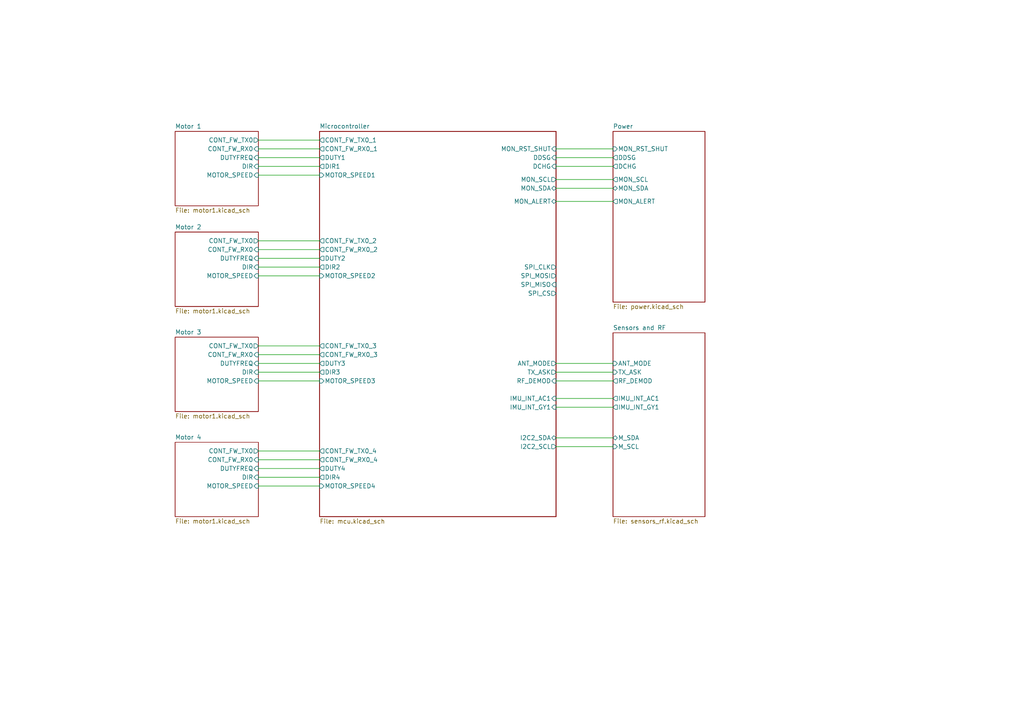
<source format=kicad_sch>
(kicad_sch
	(version 20231120)
	(generator "eeschema")
	(generator_version "8.0")
	(uuid "ce683e6e-7873-406a-bf15-47714980a4b3")
	(paper "A4")
	(title_block
		(title "Quincy FMU")
		(date "2024-09-28")
		(rev "0")
		(company "Daniel Enrique Pérez Díaz")
		(comment 1 "Flight Management Unit for the Quincy Quadcopter project.")
		(comment 2 "Top Level Sheet")
	)
	(lib_symbols)
	(wire
		(pts
			(xy 161.29 107.95) (xy 177.8 107.95)
		)
		(stroke
			(width 0)
			(type default)
		)
		(uuid "030b5b51-000a-4bf8-9916-d9aea5d374a4")
	)
	(wire
		(pts
			(xy 74.93 102.87) (xy 92.71 102.87)
		)
		(stroke
			(width 0)
			(type default)
		)
		(uuid "11308fa4-2894-487a-868f-037e75a288fc")
	)
	(wire
		(pts
			(xy 161.29 54.61) (xy 177.8 54.61)
		)
		(stroke
			(width 0)
			(type default)
		)
		(uuid "130a2d0d-d196-47ef-ba6d-9ebd2ba64a09")
	)
	(wire
		(pts
			(xy 161.29 48.26) (xy 177.8 48.26)
		)
		(stroke
			(width 0)
			(type default)
		)
		(uuid "1c123c19-44f1-46ac-810d-14ed4b9e3417")
	)
	(wire
		(pts
			(xy 161.29 115.57) (xy 177.8 115.57)
		)
		(stroke
			(width 0)
			(type default)
		)
		(uuid "1e35b6b2-ffb4-4fae-a3c6-13d21e998ecd")
	)
	(wire
		(pts
			(xy 161.29 129.54) (xy 177.8 129.54)
		)
		(stroke
			(width 0)
			(type default)
		)
		(uuid "3060a5f0-cd21-423c-856e-9b0ae254ca61")
	)
	(wire
		(pts
			(xy 74.93 48.26) (xy 92.71 48.26)
		)
		(stroke
			(width 0)
			(type default)
		)
		(uuid "3bc7ac65-36a8-4c73-b063-7f8bd0c9ff93")
	)
	(wire
		(pts
			(xy 161.29 45.72) (xy 177.8 45.72)
		)
		(stroke
			(width 0)
			(type default)
		)
		(uuid "484a188f-0e6b-434b-9684-50a8b40d2144")
	)
	(wire
		(pts
			(xy 74.93 135.89) (xy 92.71 135.89)
		)
		(stroke
			(width 0)
			(type default)
		)
		(uuid "4ce12741-c29e-4b25-9f81-7b18e68f90f8")
	)
	(wire
		(pts
			(xy 161.29 58.42) (xy 177.8 58.42)
		)
		(stroke
			(width 0)
			(type default)
		)
		(uuid "4ef543bd-da5c-477b-9463-7a731eee51a2")
	)
	(wire
		(pts
			(xy 161.29 110.49) (xy 177.8 110.49)
		)
		(stroke
			(width 0)
			(type default)
		)
		(uuid "5325a3fc-231e-4df0-b95d-e584b00e9d48")
	)
	(wire
		(pts
			(xy 74.93 80.01) (xy 92.71 80.01)
		)
		(stroke
			(width 0)
			(type default)
		)
		(uuid "54c78b33-17d2-49c9-b39e-42f8f919c5b9")
	)
	(wire
		(pts
			(xy 74.93 74.93) (xy 92.71 74.93)
		)
		(stroke
			(width 0)
			(type default)
		)
		(uuid "5ec6c29d-017b-4c29-b1c4-4f3c1528e9f5")
	)
	(wire
		(pts
			(xy 74.93 77.47) (xy 92.71 77.47)
		)
		(stroke
			(width 0)
			(type default)
		)
		(uuid "5ec9c283-1942-4d0f-8233-da25350da8b7")
	)
	(wire
		(pts
			(xy 161.29 127) (xy 177.8 127)
		)
		(stroke
			(width 0)
			(type default)
		)
		(uuid "67c4d2d0-1cdb-4960-9b4a-1ad20c83c774")
	)
	(wire
		(pts
			(xy 74.93 43.18) (xy 92.71 43.18)
		)
		(stroke
			(width 0)
			(type default)
		)
		(uuid "6dbeaf3d-ed30-4910-9587-79fe7c5414b0")
	)
	(wire
		(pts
			(xy 74.93 105.41) (xy 92.71 105.41)
		)
		(stroke
			(width 0)
			(type default)
		)
		(uuid "6e931da5-a301-4ec8-a486-df3a2a69917e")
	)
	(wire
		(pts
			(xy 74.93 133.35) (xy 92.71 133.35)
		)
		(stroke
			(width 0)
			(type default)
		)
		(uuid "7546aad3-3fa5-4ca8-b443-c957252953ef")
	)
	(wire
		(pts
			(xy 74.93 40.64) (xy 92.71 40.64)
		)
		(stroke
			(width 0)
			(type default)
		)
		(uuid "7a2b1a32-08dd-4505-b290-df3b8a7d997c")
	)
	(wire
		(pts
			(xy 161.29 43.18) (xy 177.8 43.18)
		)
		(stroke
			(width 0)
			(type default)
		)
		(uuid "8369a197-8483-4584-b3b0-bd7bce8ea910")
	)
	(wire
		(pts
			(xy 74.93 69.85) (xy 92.71 69.85)
		)
		(stroke
			(width 0)
			(type default)
		)
		(uuid "83a5a068-7481-4c78-ba05-2890167bce86")
	)
	(wire
		(pts
			(xy 74.93 100.33) (xy 92.71 100.33)
		)
		(stroke
			(width 0)
			(type default)
		)
		(uuid "8aff0e67-5a0f-48af-8265-ea0c8b9198e7")
	)
	(wire
		(pts
			(xy 74.93 50.8) (xy 92.71 50.8)
		)
		(stroke
			(width 0)
			(type default)
		)
		(uuid "97d8b676-da5a-403a-ad27-ed8537976f8e")
	)
	(wire
		(pts
			(xy 74.93 140.97) (xy 92.71 140.97)
		)
		(stroke
			(width 0)
			(type default)
		)
		(uuid "a5f8d21a-7420-42ce-933d-0718e0a67922")
	)
	(wire
		(pts
			(xy 74.93 45.72) (xy 92.71 45.72)
		)
		(stroke
			(width 0)
			(type default)
		)
		(uuid "bbb66519-0559-4206-aafb-a1f51cd68f1c")
	)
	(wire
		(pts
			(xy 74.93 130.81) (xy 92.71 130.81)
		)
		(stroke
			(width 0)
			(type default)
		)
		(uuid "bd064973-0f2f-4d44-b477-00413571cc13")
	)
	(wire
		(pts
			(xy 161.29 52.07) (xy 177.8 52.07)
		)
		(stroke
			(width 0)
			(type default)
		)
		(uuid "c6fb9d8f-93c7-4096-93a1-6abfd8b026eb")
	)
	(wire
		(pts
			(xy 74.93 72.39) (xy 92.71 72.39)
		)
		(stroke
			(width 0)
			(type default)
		)
		(uuid "c988dcff-3bd7-4716-b7c2-582d60eaf3ed")
	)
	(wire
		(pts
			(xy 161.29 105.41) (xy 177.8 105.41)
		)
		(stroke
			(width 0)
			(type default)
		)
		(uuid "cc3bb2c1-9c77-41db-8164-c563b0f30423")
	)
	(wire
		(pts
			(xy 161.29 118.11) (xy 177.8 118.11)
		)
		(stroke
			(width 0)
			(type default)
		)
		(uuid "d9ee4ed2-44db-4853-b217-5e8f734fd2da")
	)
	(wire
		(pts
			(xy 74.93 107.95) (xy 92.71 107.95)
		)
		(stroke
			(width 0)
			(type default)
		)
		(uuid "daace55d-99f3-4bd4-a91c-548aa05130c4")
	)
	(wire
		(pts
			(xy 74.93 110.49) (xy 92.71 110.49)
		)
		(stroke
			(width 0)
			(type default)
		)
		(uuid "e5178db4-3111-493f-a6a6-fae7c6e9c425")
	)
	(wire
		(pts
			(xy 74.93 138.43) (xy 92.71 138.43)
		)
		(stroke
			(width 0)
			(type default)
		)
		(uuid "eecf4cab-1daf-4ee3-a125-616337d0213c")
	)
	(sheet
		(at 50.8 67.31)
		(size 24.13 21.59)
		(fields_autoplaced yes)
		(stroke
			(width 0.1524)
			(type solid)
		)
		(fill
			(color 0 0 0 0.0000)
		)
		(uuid "0b87c913-8414-459c-a622-6b622dbad10a")
		(property "Sheetname" "Motor 2"
			(at 50.8 66.5984 0)
			(effects
				(font
					(size 1.27 1.27)
				)
				(justify left bottom)
			)
		)
		(property "Sheetfile" "motor1.kicad_sch"
			(at 50.8 89.4846 0)
			(effects
				(font
					(size 1.27 1.27)
				)
				(justify left top)
			)
		)
		(pin "DIR" input
			(at 74.93 77.47 0)
			(effects
				(font
					(size 1.27 1.27)
				)
				(justify right)
			)
			(uuid "6d540fec-d802-484d-b463-d8efa7b5ed24")
		)
		(pin "MOTOR_SPEED" input
			(at 74.93 80.01 0)
			(effects
				(font
					(size 1.27 1.27)
				)
				(justify right)
			)
			(uuid "5c8268d5-f6b1-4137-8f1c-96d9033d8ee0")
		)
		(pin "DUTYFREQ" input
			(at 74.93 74.93 0)
			(effects
				(font
					(size 1.27 1.27)
				)
				(justify right)
			)
			(uuid "32621580-9c89-4148-89d5-314101ad8b5c")
		)
		(pin "CONT_FW_RX0" input
			(at 74.93 72.39 0)
			(effects
				(font
					(size 1.27 1.27)
				)
				(justify right)
			)
			(uuid "e79bf41e-fff5-42b7-95f7-f93bb69433fb")
		)
		(pin "CONT_FW_TX0" output
			(at 74.93 69.85 0)
			(effects
				(font
					(size 1.27 1.27)
				)
				(justify right)
			)
			(uuid "317de566-d630-48d5-84bf-0e20e71e540b")
		)
		(instances
			(project "qfmu"
				(path "/ce683e6e-7873-406a-bf15-47714980a4b3"
					(page "4")
				)
			)
		)
	)
	(sheet
		(at 177.8 38.1)
		(size 26.67 49.53)
		(fields_autoplaced yes)
		(stroke
			(width 0.1524)
			(type solid)
		)
		(fill
			(color 0 0 0 0.0000)
		)
		(uuid "4c8652b6-b347-476a-a7b2-7473c68247e5")
		(property "Sheetname" "Power"
			(at 177.8 37.3884 0)
			(effects
				(font
					(size 1.27 1.27)
				)
				(justify left bottom)
			)
		)
		(property "Sheetfile" "power.kicad_sch"
			(at 177.8 88.2146 0)
			(effects
				(font
					(size 1.27 1.27)
				)
				(justify left top)
			)
		)
		(pin "MON_RST_SHUT" input
			(at 177.8 43.18 180)
			(effects
				(font
					(size 1.27 1.27)
				)
				(justify left)
			)
			(uuid "493a192f-b439-4d2f-948d-68b319286c2e")
		)
		(pin "DDSG" output
			(at 177.8 45.72 180)
			(effects
				(font
					(size 1.27 1.27)
				)
				(justify left)
			)
			(uuid "bbf33a0f-c2f5-4394-93e9-68b22d66f06e")
		)
		(pin "DCHG" output
			(at 177.8 48.26 180)
			(effects
				(font
					(size 1.27 1.27)
				)
				(justify left)
			)
			(uuid "39f78746-f190-4a4d-86ec-1bc1f0528f8b")
		)
		(pin "MON_SCL" output
			(at 177.8 52.07 180)
			(effects
				(font
					(size 1.27 1.27)
				)
				(justify left)
			)
			(uuid "a0b2abc1-8026-40bc-9856-b88605fa8e47")
		)
		(pin "MON_ALERT" output
			(at 177.8 58.42 180)
			(effects
				(font
					(size 1.27 1.27)
				)
				(justify left)
			)
			(uuid "4249228b-6e57-4176-8461-62323ad0e091")
		)
		(pin "MON_SDA" bidirectional
			(at 177.8 54.61 180)
			(effects
				(font
					(size 1.27 1.27)
				)
				(justify left)
			)
			(uuid "5b8abf31-322b-49b3-b519-f5d7fbcaf54c")
		)
		(instances
			(project "qfmu"
				(path "/ce683e6e-7873-406a-bf15-47714980a4b3"
					(page "7")
				)
			)
		)
	)
	(sheet
		(at 50.8 128.27)
		(size 24.13 21.59)
		(fields_autoplaced yes)
		(stroke
			(width 0.1524)
			(type solid)
		)
		(fill
			(color 0 0 0 0.0000)
		)
		(uuid "8ae92eaf-faa3-4e21-b599-cec5c7839814")
		(property "Sheetname" "Motor 4"
			(at 50.8 127.5584 0)
			(effects
				(font
					(size 1.27 1.27)
				)
				(justify left bottom)
			)
		)
		(property "Sheetfile" "motor1.kicad_sch"
			(at 50.8 150.4446 0)
			(effects
				(font
					(size 1.27 1.27)
				)
				(justify left top)
			)
		)
		(pin "DIR" input
			(at 74.93 138.43 0)
			(effects
				(font
					(size 1.27 1.27)
				)
				(justify right)
			)
			(uuid "2d83e45a-e43f-41c7-8b28-40ea326db783")
		)
		(pin "MOTOR_SPEED" input
			(at 74.93 140.97 0)
			(effects
				(font
					(size 1.27 1.27)
				)
				(justify right)
			)
			(uuid "40a9d3fa-2d16-4686-8611-9b393b0aae1e")
		)
		(pin "DUTYFREQ" input
			(at 74.93 135.89 0)
			(effects
				(font
					(size 1.27 1.27)
				)
				(justify right)
			)
			(uuid "7671086d-e1a3-442d-b4b8-09627ad5f0e7")
		)
		(pin "CONT_FW_RX0" input
			(at 74.93 133.35 0)
			(effects
				(font
					(size 1.27 1.27)
				)
				(justify right)
			)
			(uuid "f4d9a0a1-9324-46a3-b2e8-89ebfb74ffc1")
		)
		(pin "CONT_FW_TX0" output
			(at 74.93 130.81 0)
			(effects
				(font
					(size 1.27 1.27)
				)
				(justify right)
			)
			(uuid "95a6847c-9975-45d4-a557-e0ec24569f12")
		)
		(instances
			(project "qfmu"
				(path "/ce683e6e-7873-406a-bf15-47714980a4b3"
					(page "6")
				)
			)
		)
	)
	(sheet
		(at 92.71 38.1)
		(size 68.58 111.76)
		(fields_autoplaced yes)
		(stroke
			(width 0.2032)
			(type solid)
		)
		(fill
			(color 0 0 0 0.0000)
		)
		(uuid "95cd747f-88a2-4f01-a98e-7c47db8cb44a")
		(property "Sheetname" "Microcontroller"
			(at 92.71 37.363 0)
			(effects
				(font
					(size 1.27 1.27)
				)
				(justify left bottom)
			)
		)
		(property "Sheetfile" "mcu.kicad_sch"
			(at 92.71 150.47 0)
			(effects
				(font
					(size 1.27 1.27)
				)
				(justify left top)
			)
		)
		(pin "SPI_CLK" output
			(at 161.29 77.47 0)
			(effects
				(font
					(size 1.27 1.27)
				)
				(justify right)
			)
			(uuid "c8d6c6f6-4d78-4f58-90b8-3bf2bcf4fa04")
		)
		(pin "SPI_MISO" input
			(at 161.29 82.55 0)
			(effects
				(font
					(size 1.27 1.27)
				)
				(justify right)
			)
			(uuid "291de226-2889-4778-8205-e24b10cff16a")
		)
		(pin "SPI_MOSI" output
			(at 161.29 80.01 0)
			(effects
				(font
					(size 1.27 1.27)
				)
				(justify right)
			)
			(uuid "ae562f07-fff4-4ff5-9233-0de1d423ff20")
		)
		(pin "SPI_CS" output
			(at 161.29 85.09 0)
			(effects
				(font
					(size 1.27 1.27)
				)
				(justify right)
			)
			(uuid "e84cfa4f-05ec-476d-b3ad-a3d72b472833")
		)
		(pin "I2C2_SDA" bidirectional
			(at 161.29 127 0)
			(effects
				(font
					(size 1.27 1.27)
				)
				(justify right)
			)
			(uuid "763abae4-7613-43e4-b754-3d20f8ca967b")
		)
		(pin "I2C2_SCL" output
			(at 161.29 129.54 0)
			(effects
				(font
					(size 1.27 1.27)
				)
				(justify right)
			)
			(uuid "0fdb8ea3-d09d-4de7-9ba8-be07606e6ce3")
		)
		(pin "MON_RST_SHUT" input
			(at 161.29 43.18 0)
			(effects
				(font
					(size 1.27 1.27)
				)
				(justify right)
			)
			(uuid "d59e77fa-e832-4efc-ae89-e9db3e0e98cb")
		)
		(pin "DDSG" input
			(at 161.29 45.72 0)
			(effects
				(font
					(size 1.27 1.27)
				)
				(justify right)
			)
			(uuid "9f8bc781-b94d-47e6-b1cb-409506229afc")
		)
		(pin "DCHG" input
			(at 161.29 48.26 0)
			(effects
				(font
					(size 1.27 1.27)
				)
				(justify right)
			)
			(uuid "c5ff2211-a2c7-49a2-8945-686102818658")
		)
		(pin "MON_SCL" output
			(at 161.29 52.07 0)
			(effects
				(font
					(size 1.27 1.27)
				)
				(justify right)
			)
			(uuid "9bdabe29-98eb-4c79-9ad5-8c0844ccd476")
		)
		(pin "MON_SDA" bidirectional
			(at 161.29 54.61 0)
			(effects
				(font
					(size 1.27 1.27)
				)
				(justify right)
			)
			(uuid "49fcc7b9-0ac1-4bed-87c0-6c9a54d18662")
		)
		(pin "MON_ALERT" bidirectional
			(at 161.29 58.42 0)
			(effects
				(font
					(size 1.27 1.27)
				)
				(justify right)
			)
			(uuid "3e9431fa-0466-4290-8f3b-db97fece15d6")
		)
		(pin "RF_DEMOD" input
			(at 161.29 110.49 0)
			(effects
				(font
					(size 1.27 1.27)
				)
				(justify right)
			)
			(uuid "66cd7969-398e-4e03-92d9-0cf84754eb2c")
		)
		(pin "TX_ASK" output
			(at 161.29 107.95 0)
			(effects
				(font
					(size 1.27 1.27)
				)
				(justify right)
			)
			(uuid "2e1d03cd-9f71-47a5-ba06-f14b6eb3afc3")
		)
		(pin "ANT_MODE" output
			(at 161.29 105.41 0)
			(effects
				(font
					(size 1.27 1.27)
				)
				(justify right)
			)
			(uuid "c14aec25-c6f3-4794-a269-2756959cef96")
		)
		(pin "IMU_INT_AC1" input
			(at 161.29 115.57 0)
			(effects
				(font
					(size 1.27 1.27)
				)
				(justify right)
			)
			(uuid "d554df9c-b00f-46f1-bed9-28193616b6f9")
		)
		(pin "IMU_INT_GY1" input
			(at 161.29 118.11 0)
			(effects
				(font
					(size 1.27 1.27)
				)
				(justify right)
			)
			(uuid "a634e162-3c17-45a6-aa05-a076ad7b881c")
		)
		(pin "DIR1" output
			(at 92.71 48.26 180)
			(effects
				(font
					(size 1.27 1.27)
				)
				(justify left)
			)
			(uuid "b2035b57-75ef-4895-9f67-ba7562b11440")
		)
		(pin "DIR2" output
			(at 92.71 77.47 180)
			(effects
				(font
					(size 1.27 1.27)
				)
				(justify left)
			)
			(uuid "b0c8d809-31a6-40cc-bbd7-80c4515ff05d")
		)
		(pin "DIR3" output
			(at 92.71 107.95 180)
			(effects
				(font
					(size 1.27 1.27)
				)
				(justify left)
			)
			(uuid "ae7cf695-68e2-4878-a700-e7d113242cb2")
		)
		(pin "DIR4" output
			(at 92.71 138.43 180)
			(effects
				(font
					(size 1.27 1.27)
				)
				(justify left)
			)
			(uuid "a02e8fc1-e344-43a6-8453-a7e62c73e94f")
		)
		(pin "DUTY1" output
			(at 92.71 45.72 180)
			(effects
				(font
					(size 1.27 1.27)
				)
				(justify left)
			)
			(uuid "ed8de462-8c60-47b4-ab06-89f04f0ed975")
		)
		(pin "DUTY2" output
			(at 92.71 74.93 180)
			(effects
				(font
					(size 1.27 1.27)
				)
				(justify left)
			)
			(uuid "2d66860e-544c-4bbd-91d8-b38199d67bc1")
		)
		(pin "DUTY3" output
			(at 92.71 105.41 180)
			(effects
				(font
					(size 1.27 1.27)
				)
				(justify left)
			)
			(uuid "6f11e09c-dd1e-4d85-96a1-44d0a039d6bd")
		)
		(pin "DUTY4" output
			(at 92.71 135.89 180)
			(effects
				(font
					(size 1.27 1.27)
				)
				(justify left)
			)
			(uuid "ff80614c-39fe-4cf5-a1bf-91f999d84605")
		)
		(pin "MOTOR_SPEED1" input
			(at 92.71 50.8 180)
			(effects
				(font
					(size 1.27 1.27)
				)
				(justify left)
			)
			(uuid "66f72548-88ad-4d5c-bc32-a63e301c26fc")
		)
		(pin "MOTOR_SPEED2" input
			(at 92.71 80.01 180)
			(effects
				(font
					(size 1.27 1.27)
				)
				(justify left)
			)
			(uuid "e2f51cab-d9e7-41cf-9078-3770cb18286e")
		)
		(pin "MOTOR_SPEED3" input
			(at 92.71 110.49 180)
			(effects
				(font
					(size 1.27 1.27)
				)
				(justify left)
			)
			(uuid "1d0c3b96-b70a-45f7-9dd2-4223c2fcbd1c")
		)
		(pin "MOTOR_SPEED4" input
			(at 92.71 140.97 180)
			(effects
				(font
					(size 1.27 1.27)
				)
				(justify left)
			)
			(uuid "d4679c6c-7dcd-42d2-92a8-65f149c91761")
		)
		(pin "CONT_FW_TX0_4" output
			(at 92.71 130.81 180)
			(effects
				(font
					(size 1.27 1.27)
				)
				(justify left)
			)
			(uuid "4e937257-5842-4c14-bdb2-1bfdca0cf785")
		)
		(pin "CONT_FW_TX0_2" output
			(at 92.71 69.85 180)
			(effects
				(font
					(size 1.27 1.27)
				)
				(justify left)
			)
			(uuid "95126aca-caad-4fa2-b6f6-85f59b082011")
		)
		(pin "CONT_FW_RX0_2" output
			(at 92.71 72.39 180)
			(effects
				(font
					(size 1.27 1.27)
				)
				(justify left)
			)
			(uuid "82c269ed-9b29-491f-8902-8472c0b0abac")
		)
		(pin "CONT_FW_RX0_4" output
			(at 92.71 133.35 180)
			(effects
				(font
					(size 1.27 1.27)
				)
				(justify left)
			)
			(uuid "6989aa91-2fd4-4627-ba77-c30fde5a340c")
		)
		(pin "CONT_FW_RX0_1" output
			(at 92.71 43.18 180)
			(effects
				(font
					(size 1.27 1.27)
				)
				(justify left)
			)
			(uuid "902bcb19-71d0-4d06-90cf-ccbaa5ae7dc6")
		)
		(pin "CONT_FW_RX0_3" output
			(at 92.71 102.87 180)
			(effects
				(font
					(size 1.27 1.27)
				)
				(justify left)
			)
			(uuid "8d251bbe-6cab-4313-b4ab-377172a4bf43")
		)
		(pin "CONT_FW_TX0_1" output
			(at 92.71 40.64 180)
			(effects
				(font
					(size 1.27 1.27)
				)
				(justify left)
			)
			(uuid "0f03a776-6810-4fe1-a65e-bcc785d9bba9")
		)
		(pin "CONT_FW_TX0_3" output
			(at 92.71 100.33 180)
			(effects
				(font
					(size 1.27 1.27)
				)
				(justify left)
			)
			(uuid "ee94a5dc-0f78-48c7-9ee7-05fcd3f87623")
		)
		(instances
			(project "qfmu"
				(path "/ce683e6e-7873-406a-bf15-47714980a4b3"
					(page "2")
				)
			)
		)
	)
	(sheet
		(at 177.8 96.52)
		(size 26.67 53.34)
		(fields_autoplaced yes)
		(stroke
			(width 0.1524)
			(type solid)
		)
		(fill
			(color 0 0 0 0.0000)
		)
		(uuid "bd6c89c1-e57d-45b0-96e1-c4def2934617")
		(property "Sheetname" "Sensors and RF"
			(at 177.8 95.8084 0)
			(effects
				(font
					(size 1.27 1.27)
				)
				(justify left bottom)
			)
		)
		(property "Sheetfile" "sensors_rf.kicad_sch"
			(at 177.8 150.4446 0)
			(effects
				(font
					(size 1.27 1.27)
				)
				(justify left top)
			)
		)
		(pin "IMU_INT_AC1" output
			(at 177.8 115.57 180)
			(effects
				(font
					(size 1.27 1.27)
				)
				(justify left)
			)
			(uuid "5b44d56d-4b91-4fba-80c7-0f1e7ce0a5b1")
		)
		(pin "IMU_INT_GY1" output
			(at 177.8 118.11 180)
			(effects
				(font
					(size 1.27 1.27)
				)
				(justify left)
			)
			(uuid "138a0dba-7425-4064-abd0-9f6d5563636d")
		)
		(pin "M_SDA" bidirectional
			(at 177.8 127 180)
			(effects
				(font
					(size 1.27 1.27)
				)
				(justify left)
			)
			(uuid "54ca9620-a6f4-4757-96fa-1d78770ce9b3")
		)
		(pin "M_SCL" input
			(at 177.8 129.54 180)
			(effects
				(font
					(size 1.27 1.27)
				)
				(justify left)
			)
			(uuid "bdbac86c-5bce-44b8-8b53-9b47d476bc1f")
		)
		(pin "RF_DEMOD" output
			(at 177.8 110.49 180)
			(effects
				(font
					(size 1.27 1.27)
				)
				(justify left)
			)
			(uuid "e22d76e1-d585-4b9c-83dd-d4aa9c5713f8")
		)
		(pin "TX_ASK" input
			(at 177.8 107.95 180)
			(effects
				(font
					(size 1.27 1.27)
				)
				(justify left)
			)
			(uuid "36fa2b6d-1852-4fdf-8866-a0a181787522")
		)
		(pin "ANT_MODE" input
			(at 177.8 105.41 180)
			(effects
				(font
					(size 1.27 1.27)
				)
				(justify left)
			)
			(uuid "aedaafaa-a896-414f-a26e-c443b0a0bad5")
		)
		(instances
			(project "qfmu"
				(path "/ce683e6e-7873-406a-bf15-47714980a4b3"
					(page "8")
				)
			)
		)
	)
	(sheet
		(at 50.8 38.1)
		(size 24.13 21.59)
		(fields_autoplaced yes)
		(stroke
			(width 0.1524)
			(type solid)
		)
		(fill
			(color 0 0 0 0.0000)
		)
		(uuid "c416600b-20d5-403b-8cfa-28a4434cc405")
		(property "Sheetname" "Motor 1"
			(at 50.8 37.3884 0)
			(effects
				(font
					(size 1.27 1.27)
				)
				(justify left bottom)
			)
		)
		(property "Sheetfile" "motor1.kicad_sch"
			(at 50.8 60.2746 0)
			(effects
				(font
					(size 1.27 1.27)
				)
				(justify left top)
			)
		)
		(pin "DIR" input
			(at 74.93 48.26 0)
			(effects
				(font
					(size 1.27 1.27)
				)
				(justify right)
			)
			(uuid "98f066b7-7a96-4804-b6df-52af51a4d7ce")
		)
		(pin "MOTOR_SPEED" input
			(at 74.93 50.8 0)
			(effects
				(font
					(size 1.27 1.27)
				)
				(justify right)
			)
			(uuid "d325d012-432f-49ce-8a28-358c9c637a28")
		)
		(pin "DUTYFREQ" input
			(at 74.93 45.72 0)
			(effects
				(font
					(size 1.27 1.27)
				)
				(justify right)
			)
			(uuid "fc76c3f1-746d-454e-9aac-afecf19828a0")
		)
		(pin "CONT_FW_RX0" input
			(at 74.93 43.18 0)
			(effects
				(font
					(size 1.27 1.27)
				)
				(justify right)
			)
			(uuid "5c4a39bc-5a19-4c1f-8a86-23af6d3ed0cf")
		)
		(pin "CONT_FW_TX0" output
			(at 74.93 40.64 0)
			(effects
				(font
					(size 1.27 1.27)
				)
				(justify right)
			)
			(uuid "3c7b2858-ad80-495b-a552-8ce0dfa45233")
		)
		(instances
			(project "qfmu"
				(path "/ce683e6e-7873-406a-bf15-47714980a4b3"
					(page "3")
				)
			)
		)
	)
	(sheet
		(at 50.8 97.79)
		(size 24.13 21.59)
		(fields_autoplaced yes)
		(stroke
			(width 0.1524)
			(type solid)
		)
		(fill
			(color 0 0 0 0.0000)
		)
		(uuid "dd102c14-d924-4316-ab12-78c618c5166d")
		(property "Sheetname" "Motor 3"
			(at 50.8 97.0784 0)
			(effects
				(font
					(size 1.27 1.27)
				)
				(justify left bottom)
			)
		)
		(property "Sheetfile" "motor1.kicad_sch"
			(at 50.8 119.9646 0)
			(effects
				(font
					(size 1.27 1.27)
				)
				(justify left top)
			)
		)
		(pin "DIR" input
			(at 74.93 107.95 0)
			(effects
				(font
					(size 1.27 1.27)
				)
				(justify right)
			)
			(uuid "f9c8565c-3a6d-462a-b37e-1d458996e085")
		)
		(pin "MOTOR_SPEED" input
			(at 74.93 110.49 0)
			(effects
				(font
					(size 1.27 1.27)
				)
				(justify right)
			)
			(uuid "e40e3d54-2020-491c-bda9-b7c249b2b759")
		)
		(pin "DUTYFREQ" input
			(at 74.93 105.41 0)
			(effects
				(font
					(size 1.27 1.27)
				)
				(justify right)
			)
			(uuid "39faf212-9e68-40a1-9b15-0ee9a3cbd728")
		)
		(pin "CONT_FW_RX0" input
			(at 74.93 102.87 0)
			(effects
				(font
					(size 1.27 1.27)
				)
				(justify right)
			)
			(uuid "e9c69178-ec04-437c-b22a-7b43ef3d86da")
		)
		(pin "CONT_FW_TX0" output
			(at 74.93 100.33 0)
			(effects
				(font
					(size 1.27 1.27)
				)
				(justify right)
			)
			(uuid "7a7686d1-d4f9-428d-81cf-6bba24b3ff5a")
		)
		(instances
			(project "qfmu"
				(path "/ce683e6e-7873-406a-bf15-47714980a4b3"
					(page "5")
				)
			)
		)
	)
	(sheet_instances
		(path "/"
			(page "1")
		)
	)
)

</source>
